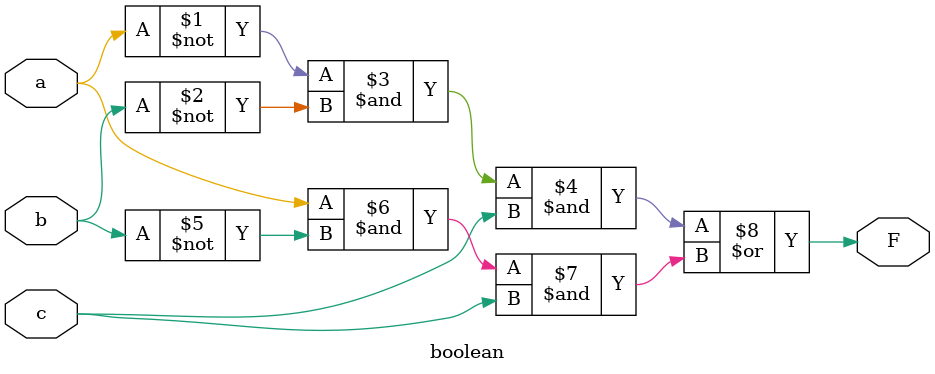
<source format=v>
`timescale 1ns / 1ps
module boolean (
    input a,
    input b,
    input c,
    output F
);
    assign F = (~a & ~b & c) | (a & ~b & c);
endmodule
</source>
